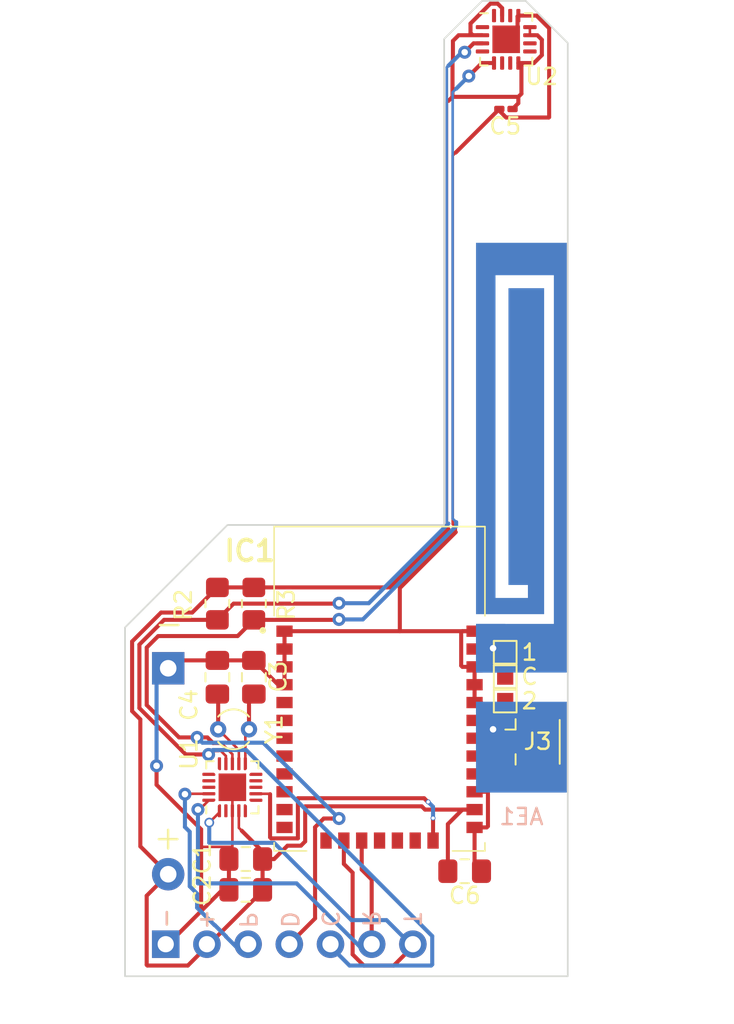
<source format=kicad_pcb>
(kicad_pcb (version 20240108) (generator "pcbnew") (generator_version "8.0")
  (layers (0 "F.Cu" signal) (31 "B.Cu" signal) (34 "B.Paste" user) (35 "F.Paste" user) (36 "B.SilkS" user "B.Silkscreen") (37 "F.SilkS" user "F.Silkscreen") (38 "B.Mask" user) (39 "F.Mask" user) (44 "Edge.Cuts" user))
  (net 0 "")
  (net 1 "GND")
  (net 2 "VCC")
  (net 3 "Net-(U1-PB2)")
  (net 17 "Net-(IC1-RST_N)")
  (net 22 "Net-(AE1-A)")
  (net 24 "/SCL")
  (net 25 "/SDA")
  (net 30 "/SF_RX")
  (net 31 "/SF_TX")
  (net 33 "Net-(J2-Pin_3)")
  (net 34 "Net-(U1-PB3)")
  (net 46 "Net-(IC1-RF_IO)")
  (net 47 "Net-(J3-In)")
  (footprint "Crystal:Crystal_C26-LF_D2.1mm_L6.5mm_Vertical" (layer "F.Cu") (at 121.365 80.889 180)
    (property "Reference" "Y1" (at -1.55 0 -90) (layer "F.SilkS"))
    (property "Value" "32.768 kHz")
    (fp_arc (start 1.899561 0.781814) (mid 0.949655 1.23) (end 0 0.781281) (stroke (width 0.12)) (layer "F.SilkS"))
    (fp_arc (start 0 -0.781281) (mid 0.949655 -1.23) (end 1.899561 -0.781814) (stroke (width 0.12)) (layer "F.SilkS"))
    (pad "1" thru_hole circle (at 0 0 180) (size 1 1) (drill 0.5) (layers "*.Cu" "*.Mask") (net 34 "Net-(U1-PB3)"))
    (pad "2" thru_hole circle (at 1.9 0 180) (size 1 1) (drill 0.5) (layers "*.Cu" "*.Mask") (net 3 "Net-(U1-PB2)"))
  )
  (footprint "Capacitor_SMD:C_0805_2012Metric_Pad1.18x1.45mm_HandSolder" (layer "F.Cu") (at 121.165 88.889)
    (property "Reference" "C1" (at -2.6775 -0.03 90) (layer "F.SilkS"))
    (property "Value" "10u")
    (fp_line (start -0.261252 -0.735) (end 0.261252 -0.735) (stroke (width 0.12)) (layer "F.SilkS"))
    (fp_line (start -0.261252 0.735) (end 0.261252 0.735) (stroke (width 0.12)) (layer "F.SilkS"))
    (pad "1" smd roundrect (at -1.0375 0) (size 1.175 1.45) (layers "F.Cu" "F.Paste" "F.Mask") (roundrect_rratio 0.212766) (net 1 "GND"))
    (pad "2" smd roundrect (at 1.0375 0) (size 1.175 1.45) (layers "F.Cu" "F.Paste" "F.Mask") (roundrect_rratio 0.212766) (net 2 "VCC"))
  )
  (footprint "Connector_Coaxial:U.FL_Hirose_U.FL-R-SMT-1_Vertical" (layer "F.Cu") (at 138.69 81.664)
    (property "Reference" "J3" (at 0.475 -0.025 0) (layer "F.SilkS"))
    (property "Value" "Conn_Coaxial")
    (fp_line (start -0.885 -1.4) (end -0.885 -0.76) (stroke (width 0.12)) (layer "F.SilkS"))
    (fp_line (start -0.885 -0.76) (end -1.515 -0.76) (stroke (width 0.12)) (layer "F.SilkS"))
    (fp_line (start -0.885 1.4) (end -0.885 0.76) (stroke (width 0.12)) (layer "F.SilkS"))
    (fp_line (start 1.835 -1.35) (end 1.835 1.35) (stroke (width 0.12)) (layer "F.SilkS"))
    (pad "1" smd roundrect (at -1.05 0) (size 1.05 1) (layers "F.Cu" "F.Paste" "F.Mask") (net 47 "Net-(J3-In)"))
    (pad "2" smd roundrect (at 0.475 -1.475) (size 2.2 1.05) (layers "F.Cu" "F.Paste" "F.Mask") (roundrect_rratio 0.2380952381) (net 1 "GND"))
    (pad "2" smd roundrect (at 0.475 1.475) (size 2.2 1.05) (layers "F.Cu" "F.Paste" "F.Mask") (roundrect_rratio 0.2380952381) (net 1 "GND"))
  )
  (footprint "Package_DFN_QFN:QFN-16-1EP_3x3mm_P0.5mm_EP1.7x1.7mm" (layer "F.Cu") (at 137.225 38.341802)
    (property "Reference" "U2" (at 2.19 2.297198 0) (layer "F.SilkS"))
    (property "Value" "MLX90393" (hide yes))
    (fp_line (start -1.61 1.61) (end -1.61 1.135) (stroke (width 0.12)) (layer "F.SilkS"))
    (fp_line (start -1.135 -1.61) (end -1.61 -1.61) (stroke (width 0.12)) (layer "F.SilkS"))
    (fp_line (start -1.135 1.61) (end -1.61 1.61) (stroke (width 0.12)) (layer "F.SilkS"))
    (fp_line (start 1.135 -1.61) (end 1.61 -1.61) (stroke (width 0.12)) (layer "F.SilkS"))
    (fp_line (start 1.135 1.61) (end 1.61 1.61) (stroke (width 0.12)) (layer "F.SilkS"))
    (fp_line (start 1.61 -1.61) (end 1.61 -1.135) (stroke (width 0.12)) (layer "F.SilkS"))
    (fp_line (start 1.61 1.61) (end 1.61 1.135) (stroke (width 0.12)) (layer "F.SilkS"))
    (pad "1" smd roundrect (at -1.4625 -0.75) (size 0.825 0.25) (layers "F.Cu" "F.Paste" "F.Mask"))
    (pad "2" smd roundrect (at -1.4625 -0.25) (size 0.825 0.25) (layers "F.Cu" "F.Paste" "F.Mask") (net 2 "VCC"))
    (pad "3" smd roundrect (at -1.4625 0.25) (size 0.825 0.25) (layers "F.Cu" "F.Paste" "F.Mask") (net 24 "/SCL"))
    (pad "4" smd roundrect (at -1.4625 0.75) (size 0.825 0.25) (layers "F.Cu" "F.Paste" "F.Mask"))
    (pad "5" smd roundrect (at -0.75 1.4625) (size 0.25 0.825) (layers "F.Cu" "F.Paste" "F.Mask") (net 25 "/SDA"))
    (pad "6" smd roundrect (at -0.25 1.4625) (size 0.25 0.825) (layers "F.Cu" "F.Paste" "F.Mask"))
    (pad "7" smd roundrect (at 0.25 1.4625) (size 0.25 0.825) (layers "F.Cu" "F.Paste" "F.Mask"))
    (pad "8" smd roundrect (at 0.75 1.4625) (size 0.25 0.825) (layers "F.Cu" "F.Paste" "F.Mask") (net 2 "VCC"))
    (pad "9" smd roundrect (at 1.4625 0.75) (size 0.825 0.25) (layers "F.Cu" "F.Paste" "F.Mask"))
    (pad "10" smd roundrect (at 1.4625 0.25) (size 0.825 0.25) (layers "F.Cu" "F.Paste" "F.Mask"))
    (pad "11" smd roundrect (at 1.4625 -0.25) (size 0.825 0.25) (layers "F.Cu" "F.Paste" "F.Mask") (net 2 "VCC"))
    (pad "12" smd roundrect (at 1.4625 -0.75) (size 0.825 0.25) (layers "F.Cu" "F.Paste" "F.Mask") (net 2 "VCC"))
    (pad "13" smd roundrect (at 0.75 -1.4625) (size 0.25 0.825) (layers "F.Cu" "F.Paste" "F.Mask") (net 1 "GND"))
    (pad "14" smd roundrect (at 0.25 -1.4625) (size 0.25 0.825) (layers "F.Cu" "F.Paste" "F.Mask"))
    (pad "15" smd roundrect (at -0.25 -1.4625) (size 0.25 0.825) (layers "F.Cu" "F.Paste" "F.Mask") (net 2 "VCC"))
    (pad "16" smd roundrect (at -0.75 -1.4625) (size 0.25 0.825) (layers "F.Cu" "F.Paste" "F.Mask"))
    (pad "17" smd rect (at 0 0) (size 1.7 1.7) (layers "F.Cu" "F.Mask") (net 1 "GND"))
  )
  (footprint "Capacitor_SMD:C_0805_2012Metric_Pad1.18x1.45mm_HandSolder" (layer "F.Cu") (at 121.165 90.786)
    (property "Reference" "C2" (at -2.6785 0.031 90) (layer "F.SilkS"))
    (property "Value" "100n")
    (fp_line (start -0.261252 -0.735) (end 0.261252 -0.735) (stroke (width 0.12)) (layer "F.SilkS"))
    (fp_line (start -0.261252 0.735) (end 0.261252 0.735) (stroke (width 0.12)) (layer "F.SilkS"))
    (pad "1" smd roundrect (at -1.0375 0) (size 1.175 1.45) (layers "F.Cu" "F.Paste" "F.Mask") (roundrect_rratio 0.212766) (net 1 "GND"))
    (pad "2" smd roundrect (at 1.0375 0) (size 1.175 1.45) (layers "F.Cu" "F.Paste" "F.Mask") (roundrect_rratio 0.212766) (net 2 "VCC"))
  )
  (footprint "Resistor_SMD:R_0805_2012Metric_Pad1.20x1.40mm_HandSolder" (layer "F.Cu") (at 119.415 73.139 90)
    (property "Reference" "R2" (at -0.082 -2.099 -90) (layer "F.SilkS"))
    (property "Value" "2.2k")
    (fp_line (start -0.227064 -0.735) (end 0.227064 -0.735) (stroke (width 0.12)) (layer "F.SilkS"))
    (fp_line (start -0.227064 0.735) (end 0.227064 0.735) (stroke (width 0.12)) (layer "F.SilkS"))
    (pad "1" smd roundrect (at -1 0 90) (size 1.2 1.4) (layers "F.Cu" "F.Paste" "F.Mask") (roundrect_rratio 0.208333) (net 24 "/SCL"))
    (pad "2" smd roundrect (at 1 0 90) (size 1.2 1.4) (layers "F.Cu" "F.Paste" "F.Mask") (roundrect_rratio 0.208333) (net 2 "VCC"))
  )
  (footprint "TestPoint:TestPoint_Pad_1.0x1.0mm" (layer "F.Cu") (at 137.165 77.639 180)
    (property "Reference" "C" (at -1.5 0 0) (layer "F.SilkS"))
    (property "Value" "TestPoint")
    (fp_line (start 0.7 0.7) (end -0.7 0.7) (stroke (width 0.12)) (layer "F.SilkS"))
    (fp_line (start 0.7 -0.7) (end 0.7 0.7) (stroke (width 0.12)) (layer "F.SilkS"))
    (fp_line (start -0.7 0.7) (end -0.7 -0.7) (stroke (width 0.12)) (layer "F.SilkS"))
    (fp_line (start -0.7 -0.7) (end 0.7 -0.7) (stroke (width 0.12)) (layer "F.SilkS"))
    (pad "1" smd rect (at 0 0 180) (size 1 1) (layers "F.Cu" "F.Mask") (net 46 "Net-(IC1-RF_IO)"))
  )
  (footprint "Capacitor_SMD:C_0201_0603Metric_Pad0.64x0.40mm_HandSolder" (layer "F.Cu") (at 137.2095 42.639)
    (property "Reference" "C5" (at -0.0445 1.053198 0) (layer "F.SilkS"))
    (property "Value" "100n")
    (pad "1" smd roundrect (at -0.4075 0) (size 0.635 0.4) (layers "F.Cu" "F.Mask") (net 1 "GND"))
    (pad "2" smd roundrect (at 0.4075 0) (size 0.635 0.4) (layers "F.Cu" "F.Mask") (net 2 "VCC"))
  )
  (footprint "Capacitor_SMD:C_0805_2012Metric_Pad1.18x1.45mm_HandSolder" (layer "F.Cu") (at 119.415 77.6765 -90)
    (property "Reference" "C4" (at 1.7125 1.75 90) (layer "F.SilkS"))
    (property "Value" "20p")
    (fp_line (start -0.261252 0.735) (end 0.261252 0.735) (stroke (width 0.12)) (layer "F.SilkS"))
    (fp_line (start -0.261252 -0.735) (end 0.261252 -0.735) (stroke (width 0.12)) (layer "F.SilkS"))
    (pad "1" smd roundrect (at -1.0375 0 270) (size 1.175 1.45) (layers "F.Cu" "F.Paste" "F.Mask") (roundrect_rratio 0.212766) (net 1 "GND"))
    (pad "2" smd roundrect (at 1.0375 0 270) (size 1.175 1.45) (layers "F.Cu" "F.Paste" "F.Mask") (roundrect_rratio 0.212766) (net 3 "Net-(U1-PB2)"))
  )
  (footprint "TestPoint:TestPoint_Pad_1.0x1.0mm" (layer "F.Cu") (at 137.165 76.139 180)
    (property "Reference" "1" (at -1.5 0 0) (layer "F.SilkS"))
    (property "Value" "TestPoint")
    (fp_line (start 0.7 0.7) (end -0.7 0.7) (stroke (width 0.12)) (layer "F.SilkS"))
    (fp_line (start 0.7 -0.7) (end 0.7 0.7) (stroke (width 0.12)) (layer "F.SilkS"))
    (fp_line (start -0.7 0.7) (end -0.7 -0.7) (stroke (width 0.12)) (layer "F.SilkS"))
    (fp_line (start -0.7 -0.7) (end 0.7 -0.7) (stroke (width 0.12)) (layer "F.SilkS"))
    (pad "1" smd rect (at 0 0 180) (size 1 1) (layers "F.Cu" "F.Mask") (net 22 "Net-(AE1-A)"))
  )
  (footprint "Capacitor_SMD:C_0805_2012Metric_Pad1.18x1.45mm_HandSolder" (layer "F.Cu") (at 121.665 77.6765 -90)
    (property "Reference" "C3" (at -0.0375 -1.5 90) (layer "F.SilkS"))
    (property "Value" "20p")
    (fp_line (start -0.261252 0.735) (end 0.261252 0.735) (stroke (width 0.12)) (layer "F.SilkS"))
    (fp_line (start -0.261252 -0.735) (end 0.261252 -0.735) (stroke (width 0.12)) (layer "F.SilkS"))
    (pad "1" smd roundrect (at -1.0375 0 270) (size 1.175 1.45) (layers "F.Cu" "F.Paste" "F.Mask") (roundrect_rratio 0.212766) (net 1 "GND"))
    (pad "2" smd roundrect (at 1.0375 0 270) (size 1.175 1.45) (layers "F.Cu" "F.Paste" "F.Mask") (roundrect_rratio 0.212766) (net 34 "Net-(U1-PB3)"))
  )
  (footprint "Capacitor_SMD:C_0805_2012Metric_Pad1.18x1.45mm_HandSolder" (layer "F.Cu") (at 134.665 89.639 180)
    (property "Reference" "C6" (at -0.0055 -1.5 180) (layer "F.SilkS"))
    (property "Value" "100n")
    (fp_line (start -0.261252 0.735) (end 0.261252 0.735) (stroke (width 0.12)) (layer "F.SilkS"))
    (fp_line (start -0.261252 -0.735) (end 0.261252 -0.735) (stroke (width 0.12)) (layer "F.SilkS"))
    (pad "1" smd roundrect (at -1.0375 0 180) (size 1.175 1.45) (layers "F.Cu" "F.Paste" "F.Mask") (roundrect_rratio 0.212766) (net 1 "GND"))
    (pad "2" smd roundrect (at 1.0375 0 180) (size 1.175 1.45) (layers "F.Cu" "F.Paste" "F.Mask") (roundrect_rratio 0.212766) (net 2 "VCC"))
  )
  (footprint "WSSFM11R2DAT:WSSFM11R2DAT" (layer "F.Cu") (at 129.415 78.389)
    (property "Reference" "IC1" (at -8 -8.5 180) (layer "F.SilkS") (effects (font (size 1.27 1.27) (thickness 0.254))))
    (property "Value" "WSSFM11R2DAT" (hide yes))
    (fp_line (start -7.2 -3.7) (end -7.2 -3.7) (stroke (width 0.2)) (layer "F.SilkS"))
    (fp_line (start -7.2 -3.5) (end -7.2 -3.5) (stroke (width 0.2)) (layer "F.SilkS"))
    (fp_line (start -6.5 -10) (end 6.5 -10) (stroke (width 0.1)) (layer "F.SilkS"))
    (fp_line (start -6.5 -4.5) (end -6.5 -10) (stroke (width 0.1)) (layer "F.SilkS"))
    (fp_line (start -6.5 10) (end -6.5 9.5) (stroke (width 0.1)) (layer "F.SilkS"))
    (fp_line (start -4.5 10) (end -6.5 10) (stroke (width 0.1)) (layer "F.SilkS"))
    (fp_line (start 4.5 10) (end 6.5 10) (stroke (width 0.1)) (layer "F.SilkS"))
    (fp_line (start 6.5 -10) (end 6.5 -4.5) (stroke (width 0.1)) (layer "F.SilkS"))
    (fp_line (start 6.5 10) (end 6.5 9.5) (stroke (width 0.1)) (layer "F.SilkS"))
    (fp_arc (start -7.2 -3.7) (mid -7.1 -3.6) (end -7.2 -3.5) (stroke (width 0.2)) (layer "F.SilkS"))
    (fp_arc (start -7.2 -3.5) (mid -7.3 -3.6) (end -7.2 -3.7) (stroke (width 0.2)) (layer "F.SilkS"))
    (pad "1" smd rect (at -5.86 -3.55 90) (size 0.7 1) (layers "F.Cu" "F.Paste" "F.Mask") (net 1 "GND"))
    (pad "2" smd rect (at -5.86 -2.45 90) (size 0.7 1) (layers "F.Cu" "F.Paste" "F.Mask") (net 1 "GND"))
    (pad "3" smd rect (at -5.86 -1.35 90) (size 0.7 1) (layers "F.Cu" "F.Paste" "F.Mask") (net 1 "GND"))
    (pad "4" smd rect (at -5.86 -0.25 90) (size 0.7 1) (layers "F.Cu" "F.Paste" "F.Mask") (net 1 "GND"))
    (pad "5" smd rect (at -5.86 0.85 90) (size 0.7 1) (layers "F.Cu" "F.Paste" "F.Mask"))
    (pad "6" smd rect (at -5.86 1.95 90) (size 0.7 1) (layers "F.Cu" "F.Paste" "F.Mask"))
    (pad "7" smd rect (at -5.86 3.05 90) (size 0.7 1) (layers "F.Cu" "F.Paste" "F.Mask"))
    (pad "8" smd rect (at -5.86 4.15 90) (size 0.7 1) (layers "F.Cu" "F.Paste" "F.Mask"))
    (pad "9" smd rect (at -5.86 5.25 90) (size 0.7 1) (layers "F.Cu" "F.Paste" "F.Mask"))
    (pad "10" smd rect (at -5.86 6.35 90) (size 0.7 1) (layers "F.Cu" "F.Paste" "F.Mask"))
    (pad "11" smd rect (at -5.86 7.45 90) (size 0.7 1) (layers "F.Cu" "F.Paste" "F.Mask"))
    (pad "12" smd rect (at -5.86 8.55 90) (size 0.7 1) (layers "F.Cu" "F.Paste" "F.Mask"))
    (pad "13" smd rect (at -3.3 9.36) (size 0.7 1) (layers "F.Cu" "F.Paste" "F.Mask"))
    (pad "14" smd rect (at -2.2 9.36) (size 0.7 1) (layers "F.Cu" "F.Paste" "F.Mask") (net 31 "/SF_TX"))
    (pad "15" smd rect (at -1.1 9.36) (size 0.7 1) (layers "F.Cu" "F.Paste" "F.Mask") (net 30 "/SF_RX"))
    (pad "16" smd rect (at 0 9.36) (size 0.7 1) (layers "F.Cu" "F.Paste" "F.Mask"))
    (pad "17" smd rect (at 1.1 9.36) (size 0.7 1) (layers "F.Cu" "F.Paste" "F.Mask"))
    (pad "18" smd rect (at 2.2 9.36) (size 0.7 1) (layers "F.Cu" "F.Paste" "F.Mask"))
    (pad "19" smd rect (at 3.3 9.36) (size 0.7 1) (layers "F.Cu" "F.Paste" "F.Mask") (net 17 "Net-(IC1-RST_N)"))
    (pad "20" smd rect (at 5.86 8.55 90) (size 0.7 1) (layers "F.Cu" "F.Paste" "F.Mask") (net 1 "GND"))
    (pad "21" smd rect (at 5.86 7.45 90) (size 0.7 1) (layers "F.Cu" "F.Paste" "F.Mask") (net 2 "VCC"))
    (pad "22" smd rect (at 5.86 6.35 90) (size 0.7 1) (layers "F.Cu" "F.Paste" "F.Mask") (net 1 "GND"))
    (pad "23" smd rect (at 5.86 5.25 90) (size 0.7 1) (layers "F.Cu" "F.Paste" "F.Mask"))
    (pad "24" smd rect (at 5.86 4.15 90) (size 0.7 1) (layers "F.Cu" "F.Paste" "F.Mask"))
    (pad "25" smd rect (at 5.86 3.05 90) (size 0.7 1) (layers "F.Cu" "F.Paste" "F.Mask"))
    (pad "26" smd rect (at 5.86 1.95 90) (size 0.7 1) (layers "F.Cu" "F.Paste" "F.Mask"))
    (pad "27" smd rect (at 5.86 0.85 90) (size 0.7 1) (layers "F.Cu" "F.Paste" "F.Mask") (net 1 "GND"))
    (pad "28" smd rect (at 5.86 -0.25 90) (size 0.7 1) (layers "F.Cu" "F.Paste" "F.Mask") (net 1 "GND"))
    (pad "29" smd rect (at 5.86 -1.35 90) (size 0.7 1) (layers "F.Cu" "F.Paste" "F.Mask") (net 1 "GND"))
    (pad "30" smd rect (at 5.86 -2.45 90) (size 0.7 1) (layers "F.Cu" "F.Paste" "F.Mask") (net 46 "Net-(IC1-RF_IO)"))
    (pad "31" smd rect (at 5.86 -3.55 90) (size 0.7 1) (layers "F.Cu" "F.Paste" "F.Mask") (net 1 "GND"))
  )
  (footprint "TestPoint:TestPoint_Pad_1.0x1.0mm" (layer "F.Cu") (at 137.165 79.145647 180)
    (property "Reference" "2" (at -1.5 0.006647 0) (layer "F.SilkS"))
    (property "Value" "TestPoint")
    (fp_line (start 0.7 0.7) (end -0.7 0.7) (stroke (width 0.12)) (layer "F.SilkS"))
    (fp_line (start 0.7 -0.7) (end 0.7 0.7) (stroke (width 0.12)) (layer "F.SilkS"))
    (fp_line (start -0.7 0.7) (end -0.7 -0.7) (stroke (width 0.12)) (layer "F.SilkS"))
    (fp_line (start -0.7 -0.7) (end 0.7 -0.7) (stroke (width 0.12)) (layer "F.SilkS"))
    (pad "1" smd rect (at 0 0 180) (size 1 1) (layers "F.Cu" "F.Mask") (net 47 "Net-(J3-In)"))
  )
  (footprint "Battery:BatteryHolder_Keystone_2468_2xAAA" (layer "F.Cu") (at 116.382156 77.12515)
    (property "Reference" "J1" (hide yes))
    (property "Value" "Battery" (hide yes))
    (fp_text user "-" (at 0.058 -2.78 0) (layer "F.SilkS") (effects (font (size 1.5 1.5))))
    (fp_text user "+" (at -0.006 10.421 0) (layer "F.SilkS") (effects (font (size 1.5 1.5))))
    (pad "1" thru_hole rect (at 0 0) (size 2 2) (drill 1.02) (layers "*.Cu" "*.Mask") (net 1 "GND"))
    (pad "2" thru_hole circle (at 0 12.7) (size 2 2) (drill 1.02) (layers "*.Cu" "*.Mask") (net 2 "VCC"))
  )
  (footprint "Resistor_SMD:R_0805_2012Metric_Pad1.20x1.40mm_HandSolder" (layer "F.Cu") (at 121.665 73.139 90)
    (property "Reference" "R3" (at -0.059 2 -90) (layer "F.SilkS"))
    (property "Value" "2.2k")
    (fp_line (start -0.227064 -0.735) (end 0.227064 -0.735) (stroke (width 0.12)) (layer "F.SilkS"))
    (fp_line (start -0.227064 0.735) (end 0.227064 0.735) (stroke (width 0.12)) (layer "F.SilkS"))
    (pad "1" smd roundrect (at -1 0 90) (size 1.2 1.4) (layers "F.Cu" "F.Paste" "F.Mask") (roundrect_rratio 0.208333) (net 25 "/SDA"))
    (pad "2" smd roundrect (at 1 0 90) (size 1.2 1.4) (layers "F.Cu" "F.Paste" "F.Mask") (roundrect_rratio 0.208333) (net 2 "VCC"))
  )
  (footprint "Package_DFN_QFN:VQFN-20-1EP_3x3mm_P0.4mm_EP1.7x1.7mm" (layer "F.Cu") (at 120.34 84.464 90)
    (property "Reference" "U1" (at 2.075 -2.675 -90) (layer "F.SilkS"))
    (property "Value" "ATtiny826-X")
    (fp_line (start 1.61 -1.61) (end 1.61 -1.16) (stroke (width 0.12)) (layer "F.SilkS"))
    (fp_line (start 1.16 -1.61) (end 1.61 -1.61) (stroke (width 0.12)) (layer "F.SilkS"))
    (fp_line (start -1.16 -1.61) (end -1.61 -1.61) (stroke (width 0.12)) (layer "F.SilkS"))
    (fp_line (start 1.61 1.61) (end 1.61 1.16) (stroke (width 0.12)) (layer "F.SilkS"))
    (fp_line (start 1.16 1.61) (end 1.61 1.61) (stroke (width 0.12)) (layer "F.SilkS"))
    (fp_line (start -1.16 1.61) (end -1.61 1.61) (stroke (width 0.12)) (layer "F.SilkS"))
    (fp_line (start -1.61 1.61) (end -1.61 1.16) (stroke (width 0.12)) (layer "F.SilkS"))
    (pad "1" smd custom (at -1.45 -0.8 90) (size 0.143431 0.143431) (layers "F.Cu" "F.Paste" "F.Mask") (net 31 "/SF_TX") (options (clearance outline) (anchor circle)) (primitives (gr_poly (pts (xy 0.35 0.000711) (xy 0.35 0.05) (xy -0.35 0.05) (xy -0.35 -0.05) (xy 0.299289 -0.05)) (width 0.1) (fill yes))))
    (pad "2" smd roundrect (at -1.45 -0.4 90) (size 0.8 0.2) (layers "F.Cu" "F.Paste" "F.Mask"))
    (pad "3" smd roundrect (at -1.45 0 90) (size 0.8 0.2) (layers "F.Cu" "F.Paste" "F.Mask") (net 1 "GND"))
    (pad "4" smd roundrect (at -1.45 0.4 90) (size 0.8 0.2) (layers "F.Cu" "F.Paste" "F.Mask") (net 2 "VCC"))
    (pad "5" smd custom (at -1.45 0.8 90) (size 0.143431 0.143431) (layers "F.Cu" "F.Paste" "F.Mask") (options (clearance outline) (anchor circle)) (primitives (gr_poly (pts (xy 0.35 -0.000711) (xy 0.299289 0.05) (xy -0.35 0.05) (xy -0.35 -0.05) (xy 0.35 -0.05)) (width 0.1) (fill yes))))
    (pad "6" smd custom (at -0.8 1.45 90) (size 0.143431 0.143431) (layers "F.Cu" "F.Paste" "F.Mask") (options (clearance outline) (anchor circle)) (primitives (gr_poly (pts (xy 0.05 0.35) (xy -0.05 0.35) (xy -0.05 -0.299289) (xy 0.000711 -0.35) (xy 0.05 -0.35)) (width 0.1) (fill yes))))
    (pad "7" smd roundrect (at -0.4 1.45 90) (size 0.2 0.8) (layers "F.Cu" "F.Paste" "F.Mask") (net 17 "Net-(IC1-RST_N)"))
    (pad "8" smd roundrect (at 0 1.45 90) (size 0.2 0.8) (layers "F.Cu" "F.Paste" "F.Mask"))
    (pad "9" smd roundrect (at 0.4 1.45 90) (size 0.2 0.8) (layers "F.Cu" "F.Paste" "F.Mask"))
    (pad "10" smd custom (at 0.8 1.45 90) (size 0.143431 0.143431) (layers "F.Cu" "F.Paste" "F.Mask") (options (clearance outline) (anchor circle)) (primitives (gr_poly (pts (xy 0.05 -0.299289) (xy 0.05 0.35) (xy -0.05 0.35) (xy -0.05 -0.35) (xy -0.000711 -0.35)) (width 0.1) (fill yes))))
    (pad "11" smd custom (at 1.45 0.8 90) (size 0.143431 0.143431) (layers "F.Cu" "F.Paste" "F.Mask") (net 34 "Net-(U1-PB3)") (options (clearance outline) (anchor circle)) (primitives (gr_poly (pts (xy 0.35 0.05) (xy -0.299289 0.05) (xy -0.35 -0.000711) (xy -0.35 -0.05) (xy 0.35 -0.05)) (width 0.1) (fill yes))))
    (pad "12" smd roundrect (at 1.45 0.4 90) (size 0.8 0.2) (layers "F.Cu" "F.Paste" "F.Mask") (net 3 "Net-(U1-PB2)"))
    (pad "13" smd roundrect (at 1.45 0 90) (size 0.8 0.2) (layers "F.Cu" "F.Paste" "F.Mask") (net 25 "/SDA"))
    (pad "14" smd roundrect (at 1.45 -0.4 90) (size 0.8 0.2) (layers "F.Cu" "F.Paste" "F.Mask") (net 24 "/SCL"))
    (pad "15" smd custom (at 1.45 -0.8 90) (size 0.143431 0.143431) (layers "F.Cu" "F.Paste" "F.Mask") (options (clearance outline) (anchor circle)) (primitives (gr_poly (pts (xy 0.35 0.05) (xy -0.35 0.05) (xy -0.35 0.000711) (xy -0.299289 -0.05) (xy 0.35 -0.05)) (width 0.1) (fill yes))))
    (pad "16" smd custom (at 0.8 -1.45 90) (size 0.143431 0.143431) (layers "F.Cu" "F.Paste" "F.Mask") (options (clearance outline) (anchor circle)) (primitives (gr_poly (pts (xy 0.05 0.299289) (xy -0.000711 0.35) (xy -0.05 0.35) (xy -0.05 -0.35) (xy 0.05 -0.35)) (width 0.1) (fill yes))))
    (pad "17" smd roundrect (at 0.4 -1.45 90) (size 0.2 0.8) (layers "F.Cu" "F.Paste" "F.Mask"))
    (pad "18" smd roundrect (at 0 -1.45 90) (size 0.2 0.8) (layers "F.Cu" "F.Paste" "F.Mask"))
    (pad "19" smd roundrect (at -0.4 -1.45 90) (size 0.2 0.8) (layers "F.Cu" "F.Paste" "F.Mask") (net 33 "Net-(J2-Pin_3)"))
    (pad "20" smd custom (at -0.8 -1.45 90) (size 0.143431 0.143431) (layers "F.Cu" "F.Paste" "F.Mask") (net 30 "/SF_RX") (options (clearance outline) (anchor circle)) (primitives (gr_poly (pts (xy 0.05 0.35) (xy 0.000711 0.35) (xy -0.05 0.299289) (xy -0.05 -0.35) (xy 0.05 -0.35)) (width 0.1) (fill yes))))
    (pad "21" smd rect (at 0 0 90) (size 1.7 1.7) (layers "F.Cu" "F.Mask") (net 1 "GND"))
  )
  (footprint "antenna:antena1" (layer "B.Cu") (at 138.165 77.389 180)
    (property "Reference" "AE1" (at 0 -8.89 0) (layer "B.SilkS") (effects (justify mirror)))
    (property "Value" "Antenna_Shield")
    (fp_rect (start -2.8 -7.4) (end 2.8 -1.8) (fill solid) (layer "B.Cu"))
    (fp_poly (pts (xy 2.8 3.6) (xy -1.4 3.6) (xy -1.4 23.7) (xy 0.8 23.7) (xy 0.8 5.4) (xy -0.4 5.4) (xy -0.4 4.6) (xy 1.6 4.6) (xy 1.6 24.5) (xy -2 24.5) (xy -2 3) (xy 2.8 3) (xy 2.8 0) (xy -2.8 0) (xy -2.8 26.5) (xy 2.8 26.5)) (fill solid) (layer "B.Cu"))
    (pad "1" smd rect (at 1.9 1.5 180) (size 1.8 3) (layers "B.Cu" "B.Paste" "B.Mask") (net 22 "Net-(AE1-A)"))
    (pad "2" smd rect (at 1.9 -3.3 180) (size 1.8 3) (layers "B.Cu" "B.Paste" "B.Mask") (net 1 "GND"))
  )
  (footprint "Connector_PinHeader_2.54mm:PinHeader_1x07_P2.54mm_Vertical" (layer "B.Cu") (at 116.23 94.139 -90)
    (property "Reference" "J2" (hide yes))
    (property "Value" "Conn_01x07_Socket" (hide yes))
    (pad "1" thru_hole rect (at 0 0 270) (size 1.7 1.7) (drill 1) (layers "*.Cu" "*.Mask") (net 1 "GND"))
    (pad "2" thru_hole oval (at 0 -2.54 270) (size 1.7 1.7) (drill 1) (layers "*.Cu" "*.Mask") (net 2 "VCC"))
    (pad "3" thru_hole oval (at 0 -5.08 270) (size 1.7 1.7) (drill 1) (layers "*.Cu" "*.Mask") (net 33 "Net-(J2-Pin_3)"))
    (pad "4" thru_hole oval (at 0 -7.62 270) (size 1.7 1.7) (drill 1) (layers "*.Cu" "*.Mask") (net 25 "/SDA"))
    (pad "5" thru_hole oval (at 0 -10.16 270) (size 1.7 1.7) (drill 1) (layers "*.Cu" "*.Mask") (net 24 "/SCL"))
    (pad "6" thru_hole oval (at 0 -12.7 270) (size 1.7 1.7) (drill 1) (layers "*.Cu" "*.Mask") (net 30 "/SF_RX"))
    (pad "7" thru_hole oval (at 0 -15.24 270) (size 1.7 1.7) (drill 1) (layers "*.Cu" "*.Mask") (net 31 "/SF_TX"))
  )
  (gr_poly (pts (xy 113.72 96.117802) (xy 141.02 96.117802) (xy 141.02 38.567802) (xy 138.42 35.967802) (xy 135.75 35.967802) (xy 133.4 38.317802) (xy 133.4 68.287802) (xy 120.04 68.287802) (xy 113.72 74.607802)) (stroke (width 0.1)) (fill none) (layer "Edge.Cuts"))
  (gr_text "-" (at 115.781644 93.25681 -90) (layer "B.SilkS") (effects (font (size 1 1)) (justify left bottom mirror)))
  (gr_text "P" (at 120.697644 93.24681 -90) (layer "B.SilkS") (effects (font (size 1 1)) (justify left bottom mirror)))
  (gr_text "T" (at 130.826644 93.05381 -90) (layer "B.SilkS") (effects (font (size 1 1)) (justify left bottom mirror)))
  (gr_text "C" (at 125.774644 93.17681 -90) (layer "B.SilkS") (effects (font (size 1 1)) (justify left bottom mirror)))
  (gr_text "R" (at 128.289644 93.17681 -90) (layer "B.SilkS") (effects (font (size 1 1)) (justify left bottom mirror)))
  (gr_text "D" (at 123.278644 93.22281 -90) (layer "B.SilkS") (effects (font (size 1 1)) (justify left bottom mirror)))
  (gr_text "+" (at 118.272644 93.33181 -90) (layer "B.SilkS") (effects (font (size 1 1)) (justify left bottom mirror)))
  (gr_text "-" (at 116.821842 93.260574 90) (layer "F.SilkS") (effects (font (size 1 1)) (justify left bottom)))
  (gr_text "+" (at 119.298479 93.319848 90) (layer "F.SilkS") (effects (font (size 1 1)) (justify left bottom)))
  (segment (start 135.275 77.039) (end 134.525 77.039) (width 0.25) (layer "F.Cu") (net 1))
  (segment (start 118.415 87.060752) (end 118.415 88.139) (width 0.25) (layer "F.Cu") (net 1))
  (segment (start 136.475 39.091802) (end 137.225 38.341802) (width 0.16) (layer "F.Cu") (net 1))
  (segment (start 136.802 42.639) (end 136.802 42.745312) (width 0.25) (layer "F.Cu") (net 1))
  (segment (start 139.0925 36.879302) (end 137.975 36.879302) (width 0.25) (layer "F.Cu") (net 1))
  (segment (start 139.165 83.139) (end 137.165 83.139) (width 0.25) (layer "F.Cu") (net 1))
  (segment (start 135.275 79.239) (end 135.275 78.139) (width 0.25) (layer "F.Cu") (net 1))
  (segment (start 130.665 74.839) (end 130.665 72.180685) (width 0.25) (layer "F.Cu") (net 1))
  (segment (start 136.025 84.739) (end 136.1 84.814) (width 0.25) (layer "F.Cu") (net 1))
  (segment (start 120.1275 90.786) (end 120.1275 88.889) (width 0.25) (layer "F.Cu") (net 1))
  (segment (start 134.115 45.326) (end 136.802 42.639) (width 0.25) (layer "F.Cu") (net 1))
  (segment (start 136.415 80.389) (end 136.1 80.074) (width 0.25) (layer "F.Cu") (net 1))
  (segment (start 130.665 72.180685) (end 134.115 68.730685) (width 0.25) (layer "F.Cu") (net 1))
  (segment (start 118.415 92.095802) (end 116.23 94.280802) (width 0.25) (layer "F.Cu") (net 1))
  (segment (start 135.275 77.039) (end 135.275 78.139) (width 0.25) (layer "F.Cu") (net 1))
  (segment (start 139.165 80.189) (end 140.265 80.189) (width 0.25) (layer "F.Cu") (net 1))
  (segment (start 123.555 78.139) (end 123.555 74.839) (width 0.25) (layer "F.Cu") (net 1))
  (segment (start 137.475 38.591802) (end 137.225 38.341802) (width 0.15) (layer "F.Cu") (net 1))
  (segment (start 115.665 84.310752) (end 118.415 87.060752) (width 0.25) (layer "F.Cu") (net 1))
  (segment (start 134.45 76.964) (end 134.45 74.914) (width 0.25) (layer "F.Cu") (net 1))
  (segment (start 119.415 76.639) (end 121.665 76.639) (width 0.25) (layer "F.Cu") (net 1))
  (segment (start 137.925 37.641802) (end 137.225 38.341802) (width 0.25) (layer "F.Cu") (net 1))
  (segment (start 136.415 83.999) (end 135.675 84.739) (width 0.25) (layer "F.Cu") (net 1))
  (segment (start 135.275 89.2115) (end 135.7025 89.639) (width 0.25) (layer "F.Cu") (net 1))
  (segment (start 137.925 36.929302) (end 137.925 37.641802) (width 0.25) (layer "F.Cu") (net 1))
  (segment (start 123.165 78.139) (end 123.555 78.139) (width 0.25) (layer "F.Cu") (net 1))
  (segment (start 137.220688 43.164) (end 139.85 43.164) (width 0.25) (layer "F.Cu") (net 1))
  (segment (start 115.665 83.139) (end 115.665 84.310752) (width 0.25) (layer "F.Cu") (net 1))
  (segment (start 140.265 83.139) (end 139.165 83.139) (width 0.25) (layer "F.Cu") (net 1))
  (segment (start 123.555 74.839) (end 130.665 74.839) (width 0.25) (layer "F.Cu") (net 1))
  (segment (start 134.525 77.039) (end 134.45 76.964) (width 0.25) (layer "F.Cu") (net 1))
  (segment (start 136.415 82.389) (end 136.415 80.889) (width 0.25) (layer "F.Cu") (net 1))
  (segment (start 121.665 76.639) (end 123.165 78.139) (width 0.25) (layer "F.Cu") (net 1))
  (segment (start 137.975 37.591802) (end 137.225 38.341802) (width 0.15) (layer "F.Cu") (net 1))
  (segment (start 136.1 86.864) (end 136.025 86.939) (width 0.25) (layer "F.Cu") (net 1))
  (segment (start 136.475 37.591802) (end 137.225 38.341802) (width 0.15) (layer "F.Cu") (net 1))
  (segment (start 130.665 74.839) (end 135.275 74.839) (width 0.25) (layer "F.Cu") (net 1))
  (segment (start 140.39 83.014) (end 140.265 83.139) (width 0.25) (layer "F.Cu") (net 1))
  (segment (start 135.275 86.939) (end 135.275 89.2115) (width 0.25) (layer "F.Cu") (net 1))
  (segment (start 139.85 43.164) (end 139.875 43.139) (width 0.25) (layer "F.Cu") (net 1))
  (segment (start 116.915 76.639) (end 116.665 76.889) (width 0.25) (layer "F.Cu") (net 1))
  (segment (start 134.45 74.914) (end 134.525 74.839) (width 0.25) (layer "F.Cu") (net 1))
  (segment (start 136.802 42.745312) (end 137.220688 43.164) (width 0.25) (layer "F.Cu") (net 1))
  (segment (start 137.975 36.879302) (end 137.925 36.929302) (width 0.25) (layer "F.Cu") (net 1))
  (segment (start 136.415 80.889) (end 136.415 83.999) (width 0.25) (layer "F.Cu") (net 1))
  (segment (start 136.415 80.889) (end 136.415 80.389) (width 0.25) (layer "F.Cu") (net 1))
  (segment (start 133.92851 68.235043) (end 133.92851 45.51249) (width 0.16) (layer "F.Cu") (net 1))
  (segment (start 120.34 88.139) (end 118.415 88.139) (width 0.16) (layer "F.Cu") (net 1))
  (segment (start 136.1 79.664) (end 135.675 79.239) (width 0.25) (layer "F.Cu") (net 1))
  (segment (start 135.675 84.739) (end 135.275 84.739) (width 0.25) (layer "F.Cu") (net 1))
  (segment (start 137.975 39.091802) (end 137.225 38.341802) (width 0.15) (layer "F.Cu") (net 1))
  (segment (start 120.34 85.914) (end 120.34 84.464) (width 0.16) (layer "F.Cu") (net 1))
  (segment (start 134.115 68.730685) (end 134.115 68.421533) (width 0.16) (layer "F.Cu") (net 1))
  (segment (start 137.165 83.139) (end 136.415 82.389) (width 0.25) (layer "F.Cu") (net 1))
  (segment (start 118.415 88.139) (end 118.415 92.095802) (width 0.25) (layer "F.Cu") (net 1))
  (segment (start 139.875 43.139) (end 139.875 37.661802) (width 0.25) (layer "F.Cu") (net 1))
  (segment (start 135.675 79.239) (end 135.275 79.239) (width 0.25) (layer "F.Cu") (net 1))
  (segment (start 137.475 38.091802) (end 137.225 38.341802) (width 0.15) (layer "F.Cu") (net 1))
  (segment (start 136.1 84.814) (end 136.1 86.864) (width 0.25) (layer "F.Cu") (net 1))
  (segment (start 120.34 85.914) (end 120.34 88.139) (width 0.16) (layer "F.Cu") (net 1))
  (segment (start 140.39 80.314) (end 140.39 83.014) (width 0.25) (layer "F.Cu") (net 1))
  (segment (start 134.115 68.421533) (end 133.92851 68.235043) (width 0.16) (layer "F.Cu") (net 1))
  (segment (start 119.415 76.639) (end 116.915 76.639) (width 0.25) (layer "F.Cu") (net 1))
  (segment (start 139.875 37.661802) (end 139.0925 36.879302) (width 0.25) (layer "F.Cu") (net 1))
  (segment (start 137.95 37.616802) (end 137.225 38.341802) (width 0.25) (layer "F.Cu") (net 1))
  (segment (start 119.724802 90.786) (end 118.415 92.095802) (width 0.25) (layer "F.Cu") (net 1))
  (segment (start 136.1 80.074) (end 136.1 79.664) (width 0.25) (layer "F.Cu") (net 1))
  (segment (start 136.025 86.939) (end 135.275 86.939) (width 0.25) (layer "F.Cu") (net 1))
  (segment (start 133.92851 45.51249) (end 134.115 45.326) (width 0.16) (layer "F.Cu") (net 1))
  (segment (start 135.275 84.739) (end 136.025 84.739) (width 0.25) (layer "F.Cu") (net 1))
  (segment (start 134.525 74.839) (end 135.275 74.839) (width 0.25) (layer "F.Cu") (net 1))
  (segment (start 120.1275 90.786) (end 119.724802 90.786) (width 0.25) (layer "F.Cu") (net 1))
  (segment (start 140.265 80.189) (end 140.39 80.314) (width 0.25) (layer "F.Cu") (net 1))
  (via (at 115.665 83.139) (size 0.8) (drill 0.4) (layers "F.Cu" "B.Cu") (net 1))
  (via (at 136.415 80.889) (size 0.8) (drill 0.4) (layers "F.Cu" "B.Cu") (net 1))
  (segment (start 115.665 77.842306) (end 116.382156 77.12515) (width 0.25) (layer "B.Cu") (net 1))
  (segment (start 115.665 83.139) (end 115.665 77.842306) (width 0.25) (layer "B.Cu") (net 1))
  (segment (start 135.7625 38.091802) (end 135.165 38.091802) (width 0.25) (layer "F.Cu") (net 2))
  (segment (start 138.165 41.699) (end 137.975 41.889) (width 0.25) (layer "F.Cu") (net 2))
  (segment (start 115.055 95.412604) (end 115.055 91.152306) (width 0.25) (layer "F.Cu") (net 2))
  (segment (start 139.425 39.316542) (end 139.425 38.367062) (width 0.25) (layer "F.Cu") (net 2))
  (segment (start 118.77 94.280802) (end 117.595 95.455802) (width 0.25) (layer "F.Cu") (net 2))
  (segment (start 139.425 38.367062) (end 139.14974 38.091802) (width 0.25) (layer "F.Cu") (net 2))
  (segment (start 137.975 41.889) (end 133.915 41.889) (width 0.25) (layer "F.Cu") (net 2))
  (segment (start 133.94 39.664) (end 133.915 39.689) (width 0.25) (layer "F.Cu") (net 2))
  (segment (start 137.975 42.281) (end 137.975 41.889) (width 0.25) (layer "F.Cu") (net 2))
  (segment (start 122.2025 90.786) (end 122.2025 90.848302) (width 0.25) (layer "F.Cu") (net 2))
  (segment (start 133.56851 68.447799) (end 133.665 68.544289) (width 0.16) (layer "F.Cu") (net 2))
  (segment (start 116.382156 89.82515) (end 114.665 88.107994) (width 0.25) (layer "F.Cu") (net 2))
  (segment (start 132.218248 85.839) (end 135.275 85.839) (width 0.25) (layer "F.Cu") (net 2))
  (segment (start 136.69974 36.141802) (end 136.25026 36.141802) (width 0.25) (layer "F.Cu") (net 2))
  (segment (start 120.915 87.139) (end 120.74 86.964) (width 0.16) (layer "F.Cu") (net 2))
  (segment (start 122.2025 88.889) (end 122.915 88.889) (width 0.25) (layer "F.Cu") (net 2))
  (segment (start 138.93724 39.804302) (end 139.425 39.316542) (width 0.25) (layer "F.Cu") (net 2))
  (segment (start 134.525 85.839) (end 135.275 85.839) (width 0.25) (layer "F.Cu") (net 2))
  (segment (start 133.94 38.442248) (end 133.94 39.664) (width 0.25) (layer "F.Cu") (net 2))
  (segment (start 132.018248 85.639) (end 132.218248 85.839) (width 0.25) (layer "F.Cu") (net 2))
  (segment (start 122.2025 90.848302) (end 118.77 94.280802) (width 0.25) (layer "F.Cu") (net 2))
  (segment (start 133.6275 89.639) (end 133.6275 86.7365) (width 0.25) (layer "F.Cu") (net 2))
  (segment (start 117.595 95.455802) (end 115.098198 95.455802) (width 0.25) (layer "F.Cu") (net 2))
  (segment (start 138.165 39.994302) (end 138.165 41.699) (width 0.25) (layer "F.Cu") (net 2))
  (segment (start 124.566396 88.064) (end 124.83 87.800396) (width 0.25) (layer "F.Cu") (net 2))
  (segment (start 137.975 39.804302) (end 138.93724 39.804302) (width 0.25) (layer "F.Cu") (net 2))
  (segment (start 133.6275 86.7365) (end 134.525 85.839) (width 0.25) (layer "F.Cu") (net 2))
  (segment (start 124.83 85.639) (end 132.018248 85.639) (width 0.25) (layer "F.Cu") (net 2))
  (segment (start 135.7625 38.091802) (end 134.290446 38.091802) (width 0.25) (layer "F.Cu") (net 2))
  (segment (start 137.617 42.639) (end 137.975 42.281) (width 0.25) (layer "F.Cu") (net 2))
  (segment (start 122.2025 88.4265) (end 120.915 87.139) (width 0.25) (layer "F.Cu") (net 2))
  (segment (start 115.098198 95.455802) (end 115.055 95.412604) (width 0.25) (layer "F.Cu") (net 2))
  (segment (start 135.025 37.367062) (end 135.025 37.951802) (width 0.25) (layer "F.Cu") (net 2))
  (segment (start 122.2025 90.786) (end 122.2025 88.889) (width 0.25) (layer "F.Cu") (net 2))
  (segment (start 122.2025 88.889) (end 122.2025 88.4265) (width 0.25) (layer "F.Cu") (net 2))
  (segment (start 133.56851 42.23549) (end 133.56851 68.447799) (width 0.16) (layer "F.Cu") (net 2))
  (segment (start 115.055 91.152306) (end 116.382156 89.82515) (width 0.25) (layer "F.Cu") (net 2))
  (segment (start 133.915 41.889) (end 133.665 42.139) (width 0.25) (layer "F.Cu") (net 2))
  (segment (start 139.14974 38.091802) (end 138.6875 38.091802) (width 0.25) (layer "F.Cu") (net 2))
  (segment (start 123.74 88.064) (end 124.566396 88.064) (width 0.25) (layer "F.Cu") (net 2))
  (segment (start 114.665 88.107994) (end 114.665 80.275396) (width 0.25) (layer "F.Cu") (net 2))
  (segment (start 135.025 37.951802) (end 135.165 38.091802) (width 0.25) (layer "F.Cu") (net 2))
  (segment (start 133.915 39.689) (end 133.915 41.889) (width 0.25) (layer "F.Cu") (net 2))
  (segment (start 117.865 73.689) (end 119.415 72.139) (width 0.25) (layer "F.Cu") (net 2))
  (segment (start 136.975 36.879302) (end 136.975 36.417062) (width 0.25) (layer "F.Cu") (net 2))
  (segment (start 136.975 36.417062) (end 136.69974 36.141802) (width 0.25) (layer "F.Cu") (net 2))
  (segment (start 130.070289 72.139) (end 121.665 72.139) (width 0.25) (layer "F.Cu") (net 2))
  (segment (start 136.25026 36.141802) (end 135.025 37.367062) (width 0.25) (layer "F.Cu") (net 2))
  (segment (start 137.975 39.804302) (end 138.165 39.994302) (width 0.25) (layer "F.Cu") (net 2))
  (segment (start 134.290446 38.091802) (end 133.94 38.442248) (width 0.25) (layer "F.Cu") (net 2))
  (segment (start 114.665 80.275396) (end 114.157156 79.767552) (width 0.25) (layer "F.Cu") (net 2))
  (segment (start 122.915 88.889) (end 123.74 88.064) (width 0.25) (layer "F.Cu") (net 2))
  (segment (start 115.942208 73.689) (end 117.865 73.689) (width 0.25) (layer "F.Cu") (net 2))
  (segment (start 114.157156 75.474052) (end 115.942208 73.689) (width 0.25) (layer "F.Cu") (net 2))
  (segment (start 133.665 42.139) (end 133.56851 42.23549) (width 0.16) (layer "F.Cu") (net 2))
  (segment (start 120.74 86.964) (end 120.74 85.914) (width 0.16) (layer "F.Cu") (net 2))
  (segment (start 138.6875 38.091802) (end 138.6875 37.591802) (width 0.16) (layer "F.Cu") (net 2))
  (segment (start 124.83 87.800396) (end 124.83 85.639) (width 0.25) (layer "F.Cu") (net 2))
  (segment (start 133.665 68.544289) (end 130.070289 72.139) (width 0.25) (layer "F.Cu") (net 2))
  (segment (start 114.157156 79.767552) (end 114.157156 75.474052) (width 0.25) (layer "F.Cu") (net 2))
  (segment (start 121.665 72.139) (end 119.415 72.139) (width 0.25) (layer "F.Cu") (net 2))
  (segment (start 119.465 80.889) (end 119.465 78.764) (width 0.25) (layer "F.Cu") (net 3))
  (segment (start 119.465 80.889) (end 120.74 82.164) (width 0.16) (layer "F.Cu") (net 3))
  (segment (start 119.465 78.764) (end 119.415 78.714) (width 0.25) (layer "F.Cu") (net 3))
  (segment (start 120.74 82.164) (end 120.74 83.014) (width 0.16) (layer "F.Cu") (net 3))
  (segment (start 122.665 87.549) (end 122.73 87.614) (width 0.25) (layer "F.Cu") (net 17))
  (segment (start 132.165 85.139) (end 132.415 85.389) (width 0.25) (layer "F.Cu") (net 17))
  (segment (start 124.38 85.139) (end 132.165 85.139) (width 0.25) (layer "F.Cu") (net 17))
  (segment (start 132.715 86.364) (end 132.715 87.749) (width 0.25) (layer "F.Cu") (net 17))
  (segment (start 121.79 84.864) (end 122.64 84.864) (width 0.16) (layer "F.Cu") (net 17))
  (segment (start 124.38 87.614) (end 124.38 85.139) (width 0.25) (layer "F.Cu") (net 17))
  (segment (start 122.665 84.889) (end 122.665 87.549) (width 0.25) (layer "F.Cu") (net 17))
  (segment (start 122.73 87.614) (end 124.38 87.614) (width 0.25) (layer "F.Cu") (net 17))
  (segment (start 122.64 84.864) (end 122.665 84.889) (width 0.16) (layer "F.Cu") (net 17))
  (via micro (at 132.415 85.364) (size 0.3) (drill 0.2) (layers "F.Cu" "B.Cu") (net 17))
  (via micro (at 132.715 86.364) (size 0.3) (drill 0.2) (layers "F.Cu" "B.Cu") (net 17))
  (segment (start 132.415 85.364) (end 132.715 85.664) (width 0.25) (layer "B.Cu") (net 17))
  (segment (start 132.715 85.664) (end 132.715 86.364) (width 0.25) (layer "B.Cu") (net 17))
  (segment (start 136.365 75.939) (end 136.415 75.889) (width 0.25) (layer "F.Cu") (net 22))
  (segment (start 136.415 75.889) (end 136.915 75.889) (width 0.25) (layer "F.Cu") (net 22))
  (segment (start 136.915 75.889) (end 137.165 76.139) (width 0.25) (layer "F.Cu") (net 22))
  (via (at 136.415 75.889) (size 0.8) (drill 0.4) (layers "F.Cu" "B.Cu") (net 22))
  (segment (start 118.873397 82.439) (end 117.465 82.439) (width 0.25) (layer "F.Cu") (net 24))
  (segment (start 117.465 82.439) (end 114.607156 79.581156) (width 0.25) (layer "F.Cu") (net 24))
  (segment (start 116.128604 74.139) (end 119.415 74.139) (width 0.25) (layer "F.Cu") (net 24))
  (segment (start 119.128397 82.184) (end 119.500294 82.184) (width 0.25) (layer "F.Cu") (net 24))
  (segment (start 118.873397 82.439) (end 119.128397 82.184) (width 0.25) (layer "F.Cu") (net 24))
  (segment (start 114.607156 75.660448) (end 116.128604 74.139) (width 0.25) (layer "F.Cu") (net 24))
  (segment (start 126.889997 73.139) (end 120.415 73.139) (width 0.25) (layer "F.Cu") (net 24))
  (segment (start 119.94 82.533706) (end 119.545294 82.139) (width 0.16) (layer "F.Cu") (net 24))
  (segment (start 120.415 73.139) (end 119.415 74.139) (width 0.25) (layer "F.Cu") (net 24))
  (segment (start 135.212198 38.591802) (end 135.7625 38.591802) (width 0.25) (layer "F.Cu") (net 24))
  (segment (start 119.94 83.014) (end 119.94 82.533706) (width 0.16) (layer "F.Cu") (net 24))
  (segment (start 126.915 73.113997) (end 126.889997 73.139) (width 0.25) (layer "F.Cu") (net 24))
  (segment (start 134.665 39.139) (end 135.212198 38.591802) (width 0.25) (layer "F.Cu") (net 24))
  (segment (start 114.607156 79.581156) (end 114.607156 75.660448) (width 0.25) (layer "F.Cu") (net 24))
  (via (at 126.915 73.113997) (size 0.8) (drill 0.4) (layers "F.Cu" "B.Cu") (net 24))
  (via (at 118.873397 82.439) (size 0.8) (drill 0.4) (layers "F.Cu" "B.Cu") (net 24))
  (via micro (at 134.665 39.139) (size 0.8) (drill 0.4) (layers "F.Cu" "B.Cu") (net 24))
  (segment (start 132.598198 95.455802) (end 127.565 95.455802) (width 0.25) (layer "B.Cu") (net 24))
  (segment (start 133.565287 40.066961) (end 133.660736 39.971512) (width 0.16) (layer "B.Cu") (net 24))
  (segment (start 133.660736 68.203843) (end 133.565287 68.108394) (width 0.16) (layer "B.Cu") (net 24))
  (segment (start 128.750582 73.113997) (end 126.915 73.113997) (width 0.25) (layer "B.Cu") (net 24))
  (segment (start 119.148397 82.164) (end 121.19 82.164) (width 0.25) (layer "B.Cu") (net 24))
  (segment (start 132.665 93.639) (end 132.665 95.389) (width 0.25) (layer "B.Cu") (net 24))
  (segment (start 121.19 82.164) (end 132.665 93.639) (width 0.25) (layer "B.Cu") (net 24))
  (segment (start 134.665 39.139) (end 134.493248 39.139) (width 0.25) (layer "B.Cu") (net 24))
  (segment (start 133.660736 68.203843) (end 128.750582 73.113997) (width 0.25) (layer "B.Cu") (net 24))
  (segment (start 127.565 95.455802) (end 126.39 94.280802) (width 0.25) (layer "B.Cu") (net 24))
  (segment (start 133.565287 68.108394) (end 133.565287 40.066961) (width 0.16) (layer "B.Cu") (net 24))
  (segment (start 134.493248 39.139) (end 133.660736 39.971512) (width 0.25) (layer "B.Cu") (net 24))
  (segment (start 118.873397 82.439) (end 119.148397 82.164) (width 0.25) (layer "B.Cu") (net 24))
  (segment (start 132.665 95.389) (end 132.598198 95.455802) (width 0.25) (layer "B.Cu") (net 24))
  (segment (start 120.665 75.139) (end 121.665 74.139) (width 0.25) (layer "F.Cu") (net 25))
  (segment (start 126.915 74.114) (end 126.89 74.139) (width 0.25) (layer "F.Cu") (net 25))
  (segment (start 119.69441 81.779) (end 120.34 82.42459) (width 0.16) (layer "F.Cu") (net 25))
  (segment (start 134.920283 40.608412) (end 135.724393 39.804302) (width 0.25) (layer "F.Cu") (net 25))
  (segment (start 120.34 82.42459) (end 120.34 83.014) (width 0.16) (layer "F.Cu") (net 25))
  (segment (start 118.798273 81.389) (end 119.143273 81.734) (width 0.25) (layer "F.Cu") (net 25))
  (segment (start 123.85 94.139) (end 125.44 92.549) (width 0.25) (layer "F.Cu") (net 25))
  (segment (start 126.89 74.139) (end 121.665 74.139) (width 0.25) (layer "F.Cu") (net 25))
  (segment (start 117.051396 81.389) (end 115.057156 79.39476) (width 0.25) (layer "F.Cu") (net 25))
  (segment (start 118.165 81.389) (end 118.798273 81.389) (width 0.25) (layer "F.Cu") (net 25))
  (segment (start 135.724393 39.804302) (end 136.475 39.804302) (width 0.25) (layer "F.Cu") (net 25))
  (segment (start 125.975 86.389) (end 126.915 86.389) (width 0.25) (layer "F.Cu") (net 25))
  (segment (start 115.765 75.139) (end 120.665 75.139) (width 0.25) (layer "F.Cu") (net 25))
  (segment (start 118.165 81.389) (end 117.051396 81.389) (width 0.25) (layer "F.Cu") (net 25))
  (segment (start 127.165 86.389) (end 126.415 86.389) (width 0.25) (layer "F.Cu") (net 25))
  (segment (start 126.915 86.389) (end 127.165 86.389) (width 0.25) (layer "F.Cu") (net 25))
  (segment (start 115.057156 79.39476) (end 115.057156 75.846844) (width 0.25) (layer "F.Cu") (net 25))
  (segment (start 119.143273 81.734) (end 119.69441 81.734) (width 0.25) (layer "F.Cu") (net 25))
  (segment (start 125.44 92.549) (end 125.44 86.924) (width 0.25) (layer "F.Cu") (net 25))
  (segment (start 125.44 86.924) (end 125.975 86.389) (width 0.25) (layer "F.Cu") (net 25))
  (segment (start 115.057156 75.846844) (end 115.765 75.139) (width 0.25) (layer "F.Cu") (net 25))
  (via (at 126.915 74.114) (size 0.8) (drill 0.4) (layers "F.Cu" "B.Cu") (net 25))
  (via (at 118.165 81.389) (size 0.8) (drill 0.4) (layers "F.Cu" "B.Cu") (net 25))
  (via micro (at 134.920283 40.608412) (size 0.8) (drill 0.4) (layers "F.Cu" "B.Cu") (net 25))
  (via (at 126.915 86.389) (size 0.8) (drill 0.4) (layers "F.Cu" "B.Cu") (net 25))
  (segment (start 118.49 81.714) (end 118.165 81.389) (width 0.25) (layer "B.Cu") (net 25))
  (segment (start 134.14 68.360975) (end 128.386975 74.114) (width 0.25) (layer "B.Cu") (net 25))
  (segment (start 133.925287 67.895638) (end 133.925287 41.603408) (width 0.16) (layer "B.Cu") (net 25))
  (segment (start 118.165 81.389) (end 118.415 81.639) (width 0.25) (layer "B.Cu") (net 25))
  (segment (start 134.920283 40.608412) (end 134.14 41.388695) (width 0.25) (layer "B.Cu") (net 25))
  (segment (start 122.24 81.714) (end 118.49 81.714) (width 0.25) (layer "B.Cu") (net 25))
  (segment (start 133.925287 41.603408) (end 134.14 41.388695) (width 0.16) (layer "B.Cu") (net 25))
  (segment (start 134.14 68.110351) (end 133.925287 67.895638) (width 0.16) (layer "B.Cu") (net 25))
  (segment (start 134.14 68.110351) (end 134.14 68.360975) (width 0.25) (layer "B.Cu") (net 25))
  (segment (start 128.386975 74.114) (end 126.915 74.114) (width 0.25) (layer "B.Cu") (net 25))
  (segment (start 126.915 86.389) (end 122.24 81.714) (width 0.25) (layer "B.Cu") (net 25))
  (segment (start 128.93 90.154) (end 128.315 89.539) (width 0.25) (layer "F.Cu") (net 30))
  (segment (start 118.216777 85.837223) (end 118.316777 85.837223) (width 0.16) (layer "F.Cu") (net 30))
  (segment (start 128.93 94.280802) (end 128.93 90.154) (width 0.25) (layer "F.Cu") (net 30))
  (segment (start 128.315 89.539) (end 128.315 87.749) (width 0.25) (layer "F.Cu") (net 30))
  (segment (start 118.316777 85.837223) (end 118.89 85.264) (width 0.16) (layer "F.Cu") (net 30))
  (via (at 118.216777 85.837223) (size 0.8) (drill 0.4) (layers "F.Cu" "B.Cu") (net 30))
  (segment (start 128.193503 94.280802) (end 128.93 94.280802) (width 0.25) (layer "B.Cu") (net 30))
  (segment (start 118.216777 85.837223) (end 118.216777 90.389) (width 0.25) (layer "B.Cu") (net 30))
  (segment (start 124.301701 90.389) (end 128.193503 94.280802) (width 0.25) (layer "B.Cu") (net 30))
  (segment (start 118.216777 90.389) (end 124.301701 90.389) (width 0.25) (layer "B.Cu") (net 30))
  (segment (start 127.215 87.749) (end 127.215 89.189) (width 0.25) (layer "F.Cu") (net 31))
  (segment (start 128.443299 95.455802) (end 130.295 95.455802) (width 0.25) (layer "F.Cu") (net 31))
  (segment (start 130.295 95.455802) (end 131.47 94.280802) (width 0.25) (layer "F.Cu") (net 31))
  (segment (start 127.755 89.729) (end 127.755 94.767503) (width 0.25) (layer "F.Cu") (net 31))
  (segment (start 118.915 86.639) (end 119.54 86.014) (width 0.16) (layer "F.Cu") (net 31))
  (segment (start 127.755 94.767503) (end 128.443299 95.455802) (width 0.25) (layer "F.Cu") (net 31))
  (segment (start 127.215 89.189) (end 127.755 89.729) (width 0.25) (layer "F.Cu") (net 31))
  (segment (start 119.54 86.014) (end 119.54 85.914) (width 0.16) (layer "F.Cu") (net 31))
  (via micro (at 118.915 86.639) (size 0.6) (drill 0.4) (layers "F.Cu" "B.Cu") (net 31))
  (segment (start 129.845 92.655802) (end 131.47 94.280802) (width 0.25) (layer "B.Cu") (net 31))
  (segment (start 122.915 87.889) (end 127.681802 92.655802) (width 0.25) (layer "B.Cu") (net 31))
  (segment (start 118.915 87.889) (end 122.915 87.889) (width 0.25) (layer "B.Cu") (net 31))
  (segment (start 127.681802 92.655802) (end 129.845 92.655802) (width 0.25) (layer "B.Cu") (net 31))
  (segment (start 118.915 86.639) (end 118.915 87.889) (width 0.25) (layer "B.Cu") (net 31))
  (segment (start 118.89 84.864) (end 117.44 84.864) (width 0.16) (layer "F.Cu") (net 33))
  (segment (start 117.415 84.889) (end 117.44 84.864) (width 0.16) (layer "F.Cu") (net 33))
  (via (at 117.415 84.889) (size 0.8) (drill 0.4) (layers "F.Cu" "B.Cu") (net 33))
  (segment (start 120.556802 94.280802) (end 121.31 94.280802) (width 0.25) (layer "B.Cu") (net 33))
  (segment (start 119.24 92.964) (end 119.256701 92.964) (width 0.25) (layer "B.Cu") (net 33))
  (segment (start 117.415 84.889) (end 117.415 86.913994) (width 0.25) (layer "B.Cu") (net 33))
  (segment (start 117.709305 87.208299) (end 117.709305 90.569701) (width 0.25) (layer "B.Cu") (net 33))
  (segment (start 117.415 86.913994) (end 117.709305 87.208299) (width 0.25) (layer "B.Cu") (net 33))
  (segment (start 117.709305 90.569701) (end 118.165 91.025396) (width 0.25) (layer "B.Cu") (net 33))
  (segment (start 119.945 93.652299) (end 119.945 93.669) (width 0.25) (layer "B.Cu") (net 33))
  (segment (start 119.945 93.669) (end 120.556802 94.280802) (width 0.25) (layer "B.Cu") (net 33))
  (segment (start 118.165 91.025396) (end 118.165 91.889) (width 0.25) (layer "B.Cu") (net 33))
  (segment (start 118.165 91.889) (end 119.24 92.964) (width 0.25) (layer "B.Cu") (net 33))
  (segment (start 119.256701 92.964) (end 119.945 93.652299) (width 0.25) (layer "B.Cu") (net 33))
  (segment (start 121.14 83.014) (end 121.14 81.114) (width 0.16) (layer "F.Cu") (net 34))
  (segment (start 121.365 79.014) (end 121.665 78.714) (width 0.25) (layer "F.Cu") (net 34))
  (segment (start 121.365 80.889) (end 121.365 79.014) (width 0.25) (layer "F.Cu") (net 34))
  (segment (start 121.14 81.114) (end 121.365 80.889) (width 0.16) (layer "F.Cu") (net 34))
  (segment (start 135.275 75.939) (end 135.465 75.939) (width 0.16) (layer "F.Cu") (net 46))
  (segment (start 135.465 75.939) (end 137.165 77.639) (width 0.16) (layer "F.Cu") (net 46))
  (segment (start 137.218179 81.242179) (end 137.64 81.664) (width 0.25) (layer "F.Cu") (net 47))
  (segment (start 137.218179 79.145647) (end 137.218179 81.242179) (width 0.25) (layer "F.Cu") (net 47))
)
</source>
